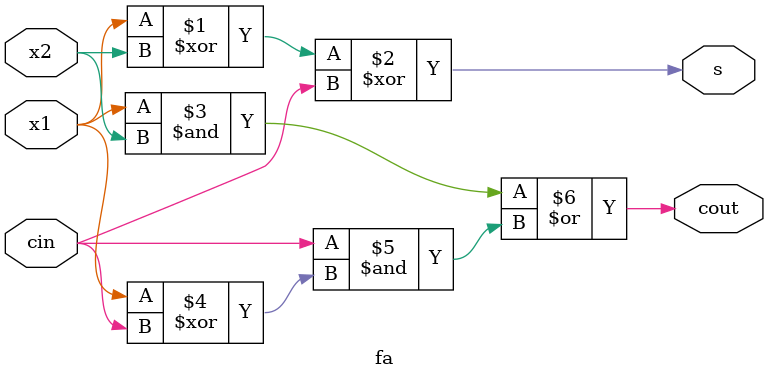
<source format=sv>
module fa (output s, cout, input x1, x2, cin);
    assign s = x1 ^ x2 ^ cin;
    assign cout = x1 & x2 | cin & (x1 ^ cin);
endmodule

</source>
